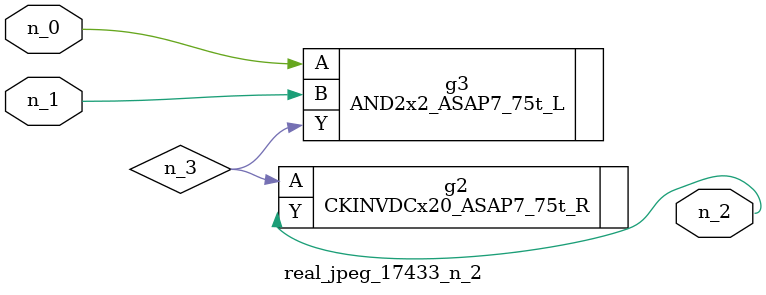
<source format=v>
module real_jpeg_17433_n_2 (n_1, n_0, n_2);

input n_1;
input n_0;

output n_2;

wire n_3;

AND2x2_ASAP7_75t_L g3 ( 
.A(n_0),
.B(n_1),
.Y(n_3)
);

CKINVDCx20_ASAP7_75t_R g2 ( 
.A(n_3),
.Y(n_2)
);


endmodule
</source>
